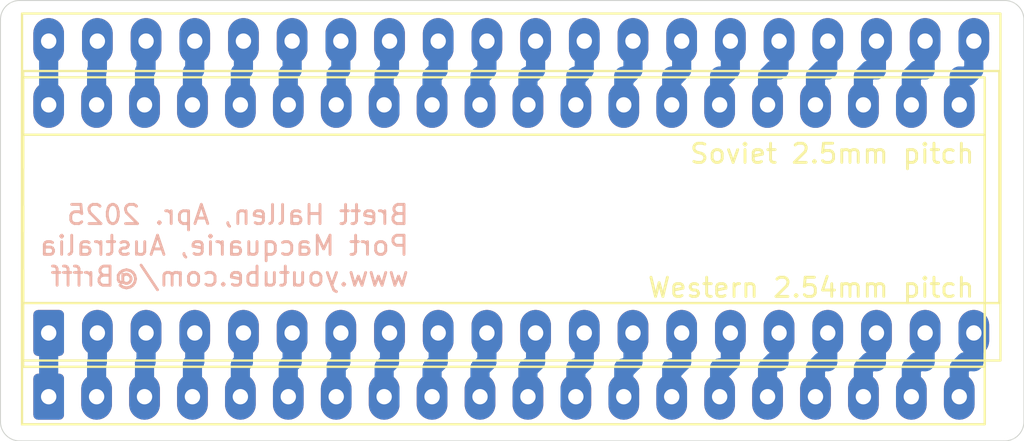
<source format=kicad_pcb>
(kicad_pcb (version 20241229) (generator "pcbnew") (generator_version "9.0")
  (title_block (title "Soviet 40pin IC Socket") (date "21-Apr-2025") (rev "A") (company "Brett Hallen") (comment 1 "www.youtube.com/@Brfff"))
  (layers (0 "F.Cu" signal) (2 "B.Cu" signal) (13 "F.Paste" user) (15 "B.Paste" user) (5 "F.SilkS" user "F.Silkscreen") (7 "B.SilkS" user "B.Silkscreen") (1 "F.Mask" user) (3 "B.Mask" user) (25 "Edge.Cuts" user))
  (net 0 "")
  (net 1 "/22")
  (net 2 "/14")
  (net 3 "/18")
  (net 4 "/36")
  (net 5 "/10")
  (net 6 "/17")
  (net 7 "/6")
  (net 8 "/25")
  (net 9 "/21")
  (net 10 "/11")
  (net 11 "/16")
  (net 12 "/27")
  (net 13 "/15")
  (net 14 "/2")
  (net 15 "/28")
  (net 16 "/9")
  (net 17 "/20")
  (net 18 "/34")
  (net 19 "/8")
  (net 20 "/12")
  (net 21 "/24")
  (net 22 "/26")
  (net 23 "/5")
  (net 24 "/38")
  (net 25 "/35")
  (net 26 "/31")
  (net 27 "/7")
  (net 28 "/1")
  (net 29 "/19")
  (net 30 "/30")
  (net 31 "/33")
  (net 32 "/37")
  (net 33 "/4")
  (net 34 "/23")
  (net 35 "/32")
  (net 36 "/29")
  (net 37 "/3")
  (net 38 "/40")
  (net 39 "/39")
  (net 40 "/13")
  (footprint "Package_DIP:DIP-40_W15.24mm_Socket_LongPads" (layer "F.Cu") (at 49.5983 71.2725 90)
    (property "Reference" "J2" (hide yes))
    (property "Value" "Western 2.54mm pitch" (at 2.3625 39.776461 180) (layer "F.SilkS"))
    (fp_line (start 13.68 -1.33) (end 8.62 -1.33) (stroke (width 0.12)) (layer "F.SilkS"))
    (fp_line (start 6.62 -1.33) (end 1.56 -1.33) (stroke (width 0.12)) (layer "F.SilkS"))
    (fp_line (start 1.56 -1.33) (end 1.56 49.59) (stroke (width 0.12)) (layer "F.SilkS"))
    (fp_line (start 13.68 49.59) (end 13.68 -1.33) (stroke (width 0.12)) (layer "F.SilkS"))
    (fp_line (start 1.56 49.59) (end 13.68 49.59) (stroke (width 0.12)) (layer "F.SilkS"))
    (fp_rect (start -1.44 -1.39) (end 16.68 49.65) (stroke (width 0.12)) (fill no) (layer "F.SilkS"))
    (pad "1" thru_hole roundrect (at 0 0 90) (size 2.4 1.6) (drill 0.8) (layers "*.Cu" "*.Mask") (roundrect_rratio 0.15625) (net 28 "/1"))
    (pad "2" thru_hole oval (at 0 2.54 90) (size 2.4 1.6) (drill 0.8) (layers "*.Cu" "*.Mask") (net 14 "/2"))
    (pad "3" thru_hole oval (at 0 5.08 90) (size 2.4 1.6) (drill 0.8) (layers "*.Cu" "*.Mask") (net 37 "/3"))
    (pad "4" thru_hole oval (at 0 7.62 90) (size 2.4 1.6) (drill 0.8) (layers "*.Cu" "*.Mask") (net 33 "/4"))
    (pad "5" thru_hole oval (at 0 10.16 90) (size 2.4 1.6) (drill 0.8) (layers "*.Cu" "*.Mask") (net 23 "/5"))
    (pad "6" thru_hole oval (at 0 12.7 90) (size 2.4 1.6) (drill 0.8) (layers "*.Cu" "*.Mask") (net 7 "/6"))
    (pad "7" thru_hole oval (at 0 15.24 90) (size 2.4 1.6) (drill 0.8) (layers "*.Cu" "*.Mask") (net 27 "/7"))
    (pad "8" thru_hole oval (at 0 17.78 90) (size 2.4 1.6) (drill 0.8) (layers "*.Cu" "*.Mask") (net 19 "/8"))
    (pad "9" thru_hole oval (at 0 20.32 90) (size 2.4 1.6) (drill 0.8) (layers "*.Cu" "*.Mask") (net 16 "/9"))
    (pad "10" thru_hole oval (at 0 22.86 90) (size 2.4 1.6) (drill 0.8) (layers "*.Cu" "*.Mask") (net 5 "/10"))
    (pad "11" thru_hole oval (at 0 25.4 90) (size 2.4 1.6) (drill 0.8) (layers "*.Cu" "*.Mask") (net 10 "/11"))
    (pad "12" thru_hole oval (at 0 27.94 90) (size 2.4 1.6) (drill 0.8) (layers "*.Cu" "*.Mask") (net 20 "/12"))
    (pad "13" thru_hole oval (at 0 30.48 90) (size 2.4 1.6) (drill 0.8) (layers "*.Cu" "*.Mask") (net 40 "/13"))
    (pad "14" thru_hole oval (at 0 33.02 90) (size 2.4 1.6) (drill 0.8) (layers "*.Cu" "*.Mask") (net 2 "/14"))
    (pad "15" thru_hole oval (at 0 35.56 90) (size 2.4 1.6) (drill 0.8) (layers "*.Cu" "*.Mask") (net 13 "/15"))
    (pad "16" thru_hole oval (at 0 38.1 90) (size 2.4 1.6) (drill 0.8) (layers "*.Cu" "*.Mask") (net 11 "/16"))
    (pad "17" thru_hole oval (at 0 40.64 90) (size 2.4 1.6) (drill 0.8) (layers "*.Cu" "*.Mask") (net 6 "/17"))
    (pad "18" thru_hole oval (at 0 43.18 90) (size 2.4 1.6) (drill 0.8) (layers "*.Cu" "*.Mask") (net 3 "/18"))
    (pad "19" thru_hole oval (at 0 45.72 90) (size 2.4 1.6) (drill 0.8) (layers "*.Cu" "*.Mask") (net 29 "/19"))
    (pad "20" thru_hole oval (at 0 48.26 90) (size 2.4 1.6) (drill 0.8) (layers "*.Cu" "*.Mask") (net 17 "/20"))
    (pad "21" thru_hole oval (at 15.24 48.26 90) (size 2.4 1.6) (drill 0.8) (layers "*.Cu" "*.Mask") (net 9 "/21"))
    (pad "22" thru_hole oval (at 15.24 45.72 90) (size 2.4 1.6) (drill 0.8) (layers "*.Cu" "*.Mask") (net 1 "/22"))
    (pad "23" thru_hole oval (at 15.24 43.18 90) (size 2.4 1.6) (drill 0.8) (layers "*.Cu" "*.Mask") (net 34 "/23"))
    (pad "24" thru_hole oval (at 15.24 40.64 90) (size 2.4 1.6) (drill 0.8) (layers "*.Cu" "*.Mask") (net 21 "/24"))
    (pad "25" thru_hole oval (at 15.24 38.1 90) (size 2.4 1.6) (drill 0.8) (layers "*.Cu" "*.Mask") (net 8 "/25"))
    (pad "26" thru_hole oval (at 15.24 35.56 90) (size 2.4 1.6) (drill 0.8) (layers "*.Cu" "*.Mask") (net 22 "/26"))
    (pad "27" thru_hole oval (at 15.24 33.02 90) (size 2.4 1.6) (drill 0.8) (layers "*.Cu" "*.Mask") (net 12 "/27"))
    (pad "28" thru_hole oval (at 15.24 30.48 90) (size 2.4 1.6) (drill 0.8) (layers "*.Cu" "*.Mask") (net 15 "/28"))
    (pad "29" thru_hole oval (at 15.24 27.94 90) (size 2.4 1.6) (drill 0.8) (layers "*.Cu" "*.Mask") (net 36 "/29"))
    (pad "30" thru_hole oval (at 15.24 25.4 90) (size 2.4 1.6) (drill 0.8) (layers "*.Cu" "*.Mask") (net 30 "/30"))
    (pad "31" thru_hole oval (at 15.24 22.86 90) (size 2.4 1.6) (drill 0.8) (layers "*.Cu" "*.Mask") (net 26 "/31"))
    (pad "32" thru_hole oval (at 15.24 20.32 90) (size 2.4 1.6) (drill 0.8) (layers "*.Cu" "*.Mask") (net 35 "/32"))
    (pad "33" thru_hole oval (at 15.24 17.78 90) (size 2.4 1.6) (drill 0.8) (layers "*.Cu" "*.Mask") (net 31 "/33"))
    (pad "34" thru_hole oval (at 15.24 15.24 90) (size 2.4 1.6) (drill 0.8) (layers "*.Cu" "*.Mask") (net 18 "/34"))
    (pad "35" thru_hole oval (at 15.24 12.7 90) (size 2.4 1.6) (drill 0.8) (layers "*.Cu" "*.Mask") (net 25 "/35"))
    (pad "36" thru_hole oval (at 15.24 10.16 90) (size 2.4 1.6) (drill 0.8) (layers "*.Cu" "*.Mask") (net 4 "/36"))
    (pad "37" thru_hole oval (at 15.24 7.62 90) (size 2.4 1.6) (drill 0.8) (layers "*.Cu" "*.Mask") (net 32 "/37"))
    (pad "38" thru_hole oval (at 15.24 5.08 90) (size 2.4 1.6) (drill 0.8) (layers "*.Cu" "*.Mask") (net 24 "/38"))
    (pad "39" thru_hole oval (at 15.24 2.54 90) (size 2.4 1.6) (drill 0.8) (layers "*.Cu" "*.Mask") (net 39 "/39"))
    (pad "40" thru_hole oval (at 15.24 0 90) (size 2.4 1.6) (drill 0.8) (layers "*.Cu" "*.Mask") (net 38 "/40"))
  )
  (footprint "Clueless_Engineer:Soviet_DIP-40_W15.24mm_Socket_LongPads" (layer "F.Cu") (at 49.5983 74.6012 90)
    (property "Reference" "J1" (hide yes))
    (property "Value" "Soviet 2.5mm pitch" (at 12.6912 40.8717 0) (layer "F.SilkS"))
    (fp_line (start 13.68 -1.33) (end 8.62 -1.33) (stroke (width 0.12)) (layer "F.SilkS"))
    (fp_line (start 6.62 -1.33) (end 1.56 -1.33) (stroke (width 0.12)) (layer "F.SilkS"))
    (fp_line (start 1.56 -1.33) (end 1.56 48.83) (stroke (width 0.12)) (layer "F.SilkS"))
    (fp_line (start 13.68 48.83) (end 13.68 -1.33) (stroke (width 0.12)) (layer "F.SilkS"))
    (fp_line (start 1.56 48.83) (end 13.68 48.83) (stroke (width 0.12)) (layer "F.SilkS"))
    (fp_rect (start -1.44 -1.39) (end 16.68 48.83) (stroke (width 0.12)) (fill no) (layer "F.SilkS"))
    (pad "1" thru_hole roundrect (at 0 0 90) (size 2.4 1.6) (drill 0.8) (layers "*.Cu" "*.Mask") (roundrect_rratio 0.15625) (net 28 "/1"))
    (pad "2" thru_hole oval (at 0 2.5 90) (size 2.4 1.6) (drill 0.8) (layers "*.Cu" "*.Mask") (net 14 "/2"))
    (pad "3" thru_hole oval (at 0 5 90) (size 2.4 1.6) (drill 0.8) (layers "*.Cu" "*.Mask") (net 37 "/3"))
    (pad "4" thru_hole oval (at 0 7.5 90) (size 2.4 1.6) (drill 0.8) (layers "*.Cu" "*.Mask") (net 33 "/4"))
    (pad "5" thru_hole oval (at 0 10 90) (size 2.4 1.6) (drill 0.8) (layers "*.Cu" "*.Mask") (net 23 "/5"))
    (pad "6" thru_hole oval (at 0 12.5 90) (size 2.4 1.6) (drill 0.8) (layers "*.Cu" "*.Mask") (net 7 "/6"))
    (pad "7" thru_hole oval (at 0 15 90) (size 2.4 1.6) (drill 0.8) (layers "*.Cu" "*.Mask") (net 27 "/7"))
    (pad "8" thru_hole oval (at 0 17.5 90) (size 2.4 1.6) (drill 0.8) (layers "*.Cu" "*.Mask") (net 19 "/8"))
    (pad "9" thru_hole oval (at 0 20 90) (size 2.4 1.6) (drill 0.8) (layers "*.Cu" "*.Mask") (net 16 "/9"))
    (pad "10" thru_hole oval (at 0 22.5 90) (size 2.4 1.6) (drill 0.8) (layers "*.Cu" "*.Mask") (net 5 "/10"))
    (pad "11" thru_hole oval (at 0 25 90) (size 2.4 1.6) (drill 0.8) (layers "*.Cu" "*.Mask") (net 10 "/11"))
    (pad "12" thru_hole oval (at 0 27.5 90) (size 2.4 1.6) (drill 0.8) (layers "*.Cu" "*.Mask") (net 20 "/12"))
    (pad "13" thru_hole oval (at 0 30 90) (size 2.4 1.6) (drill 0.8) (layers "*.Cu" "*.Mask") (net 40 "/13"))
    (pad "14" thru_hole oval (at 0 32.5 90) (size 2.4 1.6) (drill 0.8) (layers "*.Cu" "*.Mask") (net 2 "/14"))
    (pad "15" thru_hole oval (at 0 35 90) (size 2.4 1.6) (drill 0.8) (layers "*.Cu" "*.Mask") (net 13 "/15"))
    (pad "16" thru_hole oval (at 0 37.5 90) (size 2.4 1.6) (drill 0.8) (layers "*.Cu" "*.Mask") (net 11 "/16"))
    (pad "17" thru_hole oval (at 0 40 90) (size 2.4 1.6) (drill 0.8) (layers "*.Cu" "*.Mask") (net 6 "/17"))
    (pad "18" thru_hole oval (at 0 42.5 90) (size 2.4 1.6) (drill 0.8) (layers "*.Cu" "*.Mask") (net 3 "/18"))
    (pad "19" thru_hole oval (at 0 45 90) (size 2.4 1.6) (drill 0.8) (layers "*.Cu" "*.Mask") (net 29 "/19"))
    (pad "20" thru_hole oval (at 0 47.5 90) (size 2.4 1.6) (drill 0.8) (layers "*.Cu" "*.Mask") (net 17 "/20"))
    (pad "21" thru_hole oval (at 15.24 47.5 90) (size 2.4 1.6) (drill 0.8) (layers "*.Cu" "*.Mask") (net 9 "/21"))
    (pad "22" thru_hole oval (at 15.24 45 90) (size 2.4 1.6) (drill 0.8) (layers "*.Cu" "*.Mask") (net 1 "/22"))
    (pad "23" thru_hole oval (at 15.24 42.5 90) (size 2.4 1.6) (drill 0.8) (layers "*.Cu" "*.Mask") (net 34 "/23"))
    (pad "24" thru_hole oval (at 15.24 40 90) (size 2.4 1.6) (drill 0.8) (layers "*.Cu" "*.Mask") (net 21 "/24"))
    (pad "25" thru_hole oval (at 15.24 37.5 90) (size 2.4 1.6) (drill 0.8) (layers "*.Cu" "*.Mask") (net 8 "/25"))
    (pad "26" thru_hole oval (at 15.24 35 90) (size 2.4 1.6) (drill 0.8) (layers "*.Cu" "*.Mask") (net 22 "/26"))
    (pad "27" thru_hole oval (at 15.24 32.5 90) (size 2.4 1.6) (drill 0.8) (layers "*.Cu" "*.Mask") (net 12 "/27"))
    (pad "28" thru_hole oval (at 15.24 30 90) (size 2.4 1.6) (drill 0.8) (layers "*.Cu" "*.Mask") (net 15 "/28"))
    (pad "29" thru_hole oval (at 15.24 27.5 90) (size 2.4 1.6) (drill 0.8) (layers "*.Cu" "*.Mask") (net 36 "/29"))
    (pad "30" thru_hole oval (at 15.24 25 90) (size 2.4 1.6) (drill 0.8) (layers "*.Cu" "*.Mask") (net 30 "/30"))
    (pad "31" thru_hole oval (at 15.24 22.5 90) (size 2.4 1.6) (drill 0.8) (layers "*.Cu" "*.Mask") (net 26 "/31"))
    (pad "32" thru_hole oval (at 15.24 20 90) (size 2.4 1.6) (drill 0.8) (layers "*.Cu" "*.Mask") (net 35 "/32"))
    (pad "33" thru_hole oval (at 15.24 17.5 90) (size 2.4 1.6) (drill 0.8) (layers "*.Cu" "*.Mask") (net 31 "/33"))
    (pad "34" thru_hole oval (at 15.24 15 90) (size 2.4 1.6) (drill 0.8) (layers "*.Cu" "*.Mask") (net 18 "/34"))
    (pad "35" thru_hole oval (at 15.24 12.5 90) (size 2.4 1.6) (drill 0.8) (layers "*.Cu" "*.Mask") (net 25 "/35"))
    (pad "36" thru_hole oval (at 15.24 10 90) (size 2.4 1.6) (drill 0.8) (layers "*.Cu" "*.Mask") (net 4 "/36"))
    (pad "37" thru_hole oval (at 15.24 7.5 90) (size 2.4 1.6) (drill 0.8) (layers "*.Cu" "*.Mask") (net 32 "/37"))
    (pad "38" thru_hole oval (at 15.24 5 90) (size 2.4 1.6) (drill 0.8) (layers "*.Cu" "*.Mask") (net 24 "/38"))
    (pad "39" thru_hole oval (at 15.24 2.5 90) (size 2.4 1.6) (drill 0.8) (layers "*.Cu" "*.Mask") (net 39 "/39"))
    (pad "40" thru_hole oval (at 15.24 0 90) (size 2.4 1.6) (drill 0.8) (layers "*.Cu" "*.Mask") (net 38 "/40"))
  )
  (gr_line (start 48.084535 53.91) (end 99.47 53.91) (stroke (width 0.05)) (layer "Edge.Cuts"))
  (gr_arc (start 48.084535 76.91) (mid 47.377428 76.617107) (end 47.084535 75.91) (stroke (width 0.05)) (layer "Edge.Cuts"))
  (gr_arc (start 100.47 75.91) (mid 100.177107 76.617107) (end 99.47 76.91) (stroke (width 0.05)) (layer "Edge.Cuts"))
  (gr_line (start 100.47 54.91) (end 100.47 75.91) (stroke (width 0.05)) (layer "Edge.Cuts"))
  (gr_line (start 99.47 76.91) (end 48.084535 76.91) (stroke (width 0.05)) (layer "Edge.Cuts"))
  (gr_line (start 47.084535 75.91) (end 47.084535 54.91) (stroke (width 0.05)) (layer "Edge.Cuts"))
  (gr_arc (start 99.47 53.91) (mid 100.177107 54.202893) (end 100.47 54.91) (stroke (width 0.05)) (layer "Edge.Cuts"))
  (gr_arc (start 47.084535 54.91) (mid 47.37743 54.202906) (end 48.084535 53.91) (stroke (width 0.05)) (layer "Edge.Cuts"))
  (gr_text "Brett Hallen, Apr. 2025\nPort Macquarie, Australia\nwww.youtube.com/@Brfff" (at 68.47 68.91 0) (layer "B.SilkS") (effects (font (size 1 1)) (justify left bottom mirror)))
  (segment (start 94.9236 57.5342) (end 94.5983 57.8595) (width 1) (layer "B.Cu") (net 1))
  (segment (start 95.3183 57.5342) (end 94.9236 57.5342) (width 1) (layer "B.Cu") (net 1))
  (segment (start 95.3183 56.0325) (end 95.3183 57.5342) (width 1) (layer "B.Cu") (net 1))
  (segment (start 94.5983 59.3612) (end 94.5983 57.8595) (width 1) (layer "B.Cu") (net 1))
  (segment (start 82.293 73.0995) (end 82.0983 73.0995) (width 1) (layer "B.Cu") (net 2))
  (segment (start 82.6183 72.7742) (end 82.293 73.0995) (width 1) (layer "B.Cu") (net 2))
  (segment (start 82.0983 74.6012) (end 82.0983 73.0995) (width 1) (layer "B.Cu") (net 2))
  (segment (start 82.6183 71.2725) (end 82.6183 72.7742) (width 1) (layer "B.Cu") (net 2))
  (segment (start 92.7783 72.7742) (end 92.4236 72.7742) (width 1) (layer "B.Cu") (net 3))
  (segment (start 92.7783 71.2725) (end 92.7783 72.7742) (width 1) (layer "B.Cu") (net 3))
  (segment (start 92.0983 74.6012) (end 92.0983 73.0995) (width 1) (layer "B.Cu") (net 3))
  (segment (start 92.4236 72.7742) (end 92.0983 73.0995) (width 1) (layer "B.Cu") (net 3))
  (segment (start 59.7583 56.0325) (end 59.7583 57.5342) (width 1) (layer "B.Cu") (net 4))
  (segment (start 59.5983 57.6942) (end 59.5983 59.3612) (width 1) (layer "B.Cu") (net 4))
  (segment (start 59.7583 57.5342) (end 59.5983 57.6942) (width 1) (layer "B.Cu") (net 4))
  (segment (start 72.4583 71.2725) (end 72.4583 72.7742) (width 1) (layer "B.Cu") (net 5))
  (segment (start 72.4583 72.7742) (end 72.133 73.0995) (width 1) (layer "B.Cu") (net 5))
  (segment (start 72.0983 74.6012) (end 72.0983 73.0995) (width 1) (layer "B.Cu") (net 5))
  (segment (start 72.133 73.0995) (end 72.0983 73.0995) (width 1) (layer "B.Cu") (net 5))
  (segment (start 89.5983 74.6012) (end 89.5983 73.0995) (width 1) (layer "B.Cu") (net 6))
  (segment (start 89.9236 72.7742) (end 89.5983 73.0995) (width 1) (layer "B.Cu") (net 6))
  (segment (start 90.2383 72.7742) (end 89.9236 72.7742) (width 1) (layer "B.Cu") (net 6))
  (segment (start 90.2383 71.2725) (end 90.2383 72.7742) (width 1) (layer "B.Cu") (net 6))
  (segment (start 62.2983 72.7742) (end 62.0983 72.9742) (width 1) (layer "B.Cu") (net 7))
  (segment (start 62.2983 71.2725) (end 62.2983 72.7742) (width 1) (layer "B.Cu") (net 7))
  (segment (start 62.0983 72.9742) (end 62.0983 74.6012) (width 1) (layer "B.Cu") (net 7))
  (segment (start 87.4236 57.5342) (end 87.0983 57.8595) (width 1) (layer "B.Cu") (net 8))
  (segment (start 87.6983 57.5342) (end 87.4236 57.5342) (width 1) (layer "B.Cu") (net 8))
  (segment (start 87.0983 59.3612) (end 87.0983 57.8595) (width 1) (layer "B.Cu") (net 8))
  (segment (start 87.6983 56.0325) (end 87.6983 57.5342) (width 1) (layer "B.Cu") (net 8))
  (segment (start 97.0983 59.3612) (end 97.0983 57.8595) (width 1) (layer "B.Cu") (net 9))
  (segment (start 97.8583 57.5342) (end 97.533 57.8595) (width 1) (layer "B.Cu") (net 9))
  (segment (start 97.533 57.8595) (end 97.0983 57.8595) (width 1) (layer "B.Cu") (net 9))
  (segment (start 97.8583 56.0325) (end 97.8583 57.5342) (width 1) (layer "B.Cu") (net 9))
  (segment (start 74.9983 71.2725) (end 74.9983 72.7742) (width 1) (layer "B.Cu") (net 10))
  (segment (start 74.673 73.0995) (end 74.5983 73.0995) (width 1) (layer "B.Cu") (net 10))
  (segment (start 74.5983 74.6012) (end 74.5983 73.0995) (width 1) (layer "B.Cu") (net 10))
  (segment (start 74.9983 72.7742) (end 74.673 73.0995) (width 1) (layer "B.Cu") (net 10))
  (segment (start 87.0983 74.6012) (end 87.0983 73.0995) (width 1) (layer "B.Cu") (net 11))
  (segment (start 87.6983 72.7742) (end 87.4236 72.7742) (width 1) (layer "B.Cu") (net 11))
  (segment (start 87.6983 71.2725) (end 87.6983 72.7742) (width 1) (layer "B.Cu") (net 11))
  (segment (start 87.4236 72.7742) (end 87.0983 73.0995) (width 1) (layer "B.Cu") (net 11))
  (segment (start 82.6183 56.0325) (end 82.6183 57.5342) (width 1) (layer "B.Cu") (net 12))
  (segment (start 82.293 57.8595) (end 82.0983 57.8595) (width 1) (layer "B.Cu") (net 12))
  (segment (start 82.0983 59.3612) (end 82.0983 57.8595) (width 1) (layer "B.Cu") (net 12))
  (segment (start 82.6183 57.5342) (end 82.293 57.8595) (width 1) (layer "B.Cu") (net 12))
  (segment (start 84.833 73.0995) (end 84.5983 73.0995) (width 1) (layer "B.Cu") (net 13))
  (segment (start 85.1583 72.7742) (end 84.833 73.0995) (width 1) (layer "B.Cu") (net 13))
  (segment (start 84.5983 74.6012) (end 84.5983 73.0995) (width 1) (layer "B.Cu") (net 13))
  (segment (start 85.1583 71.2725) (end 85.1583 72.7742) (width 1) (layer "B.Cu") (net 13))
  (segment (start 52.0983 72.8142) (end 52.0983 74.6012) (width 1) (layer "B.Cu") (net 14))
  (segment (start 52.1383 72.7742) (end 52.0983 72.8142) (width 1) (layer "B.Cu") (net 14))
  (segment (start 52.1383 71.2725) (end 52.1383 72.7742) (width 1) (layer "B.Cu") (net 14))
  (segment (start 80.0783 56.0325) (end 80.0783 57.5342) (width 1) (layer "B.Cu") (net 15))
  (segment (start 79.5983 59.3612) (end 79.5983 57.8595) (width 1) (layer "B.Cu") (net 15))
  (segment (start 80.0783 57.5342) (end 79.753 57.8595) (width 1) (layer "B.Cu") (net 15))
  (segment (start 79.753 57.8595) (end 79.5983 57.8595) (width 1) (layer "B.Cu") (net 15))
  (segment (start 69.9183 72.7742) (end 69.5983 73.0942) (width 1) (layer "B.Cu") (net 16))
  (segment (start 69.9183 71.2725) (end 69.9183 72.7742) (width 1) (layer "B.Cu") (net 16))
  (segment (start 69.5983 73.0942) (end 69.5983 74.6012) (width 1) (layer "B.Cu") (net 16))
  (segment (start 97.0983 74.6012) (end 97.0983 73.0995) (width 1) (layer "B.Cu") (net 17))
  (segment (start 97.8583 71.2725) (end 97.8583 72.7742) (width 1) (layer "B.Cu") (net 17))
  (segment (start 97.8583 72.7742) (end 97.4236 72.7742) (width 1) (layer "B.Cu") (net 17))
  (segment (start 97.4236 72.7742) (end 97.0983 73.0995) (width 1) (layer "B.Cu") (net 17))
  (segment (start 64.8383 56.0325) (end 64.8383 57.5342) (width 1) (layer "B.Cu") (net 18))
  (segment (start 64.5983 57.7742) (end 64.5983 59.3612) (width 1) (layer "B.Cu") (net 18))
  (segment (start 64.8383 57.5342) (end 64.5983 57.7742) (width 1) (layer "B.Cu") (net 18))
  (segment (start 67.0983 73.0542) (end 67.0983 74.6012) (width 1) (layer "B.Cu") (net 19))
  (segment (start 67.3783 72.7742) (end 67.0983 73.0542) (width 1) (layer "B.Cu") (net 19))
  (segment (start 67.3783 71.2725) (end 67.3783 72.7742) (width 1) (layer "B.Cu") (net 19))
  (segment (start 77.5383 72.7742) (end 77.213 73.0995) (width 1) (layer "B.Cu") (net 20))
  (segment (start 77.5383 71.2725) (end 77.5383 72.7742) (width 1) (layer "B.Cu") (net 20))
  (segment (start 77.0983 74.6012) (end 77.0983 73.0995) (width 1) (layer "B.Cu") (net 20))
  (segment (start 77.213 73.0995) (end 77.0983 73.0995) (width 1) (layer "B.Cu") (net 20))
  (segment (start 89.9236 57.5342) (end 89.5983 57.8595) (width 1) (layer "B.Cu") (net 21))
  (segment (start 90.2383 56.0325) (end 90.2383 57.5342) (width 1) (layer "B.Cu") (net 21))
  (segment (start 89.5983 59.3612) (end 89.5983 57.8595) (width 1) (layer "B.Cu") (net 21))
  (segment (start 90.2383 57.5342) (end 89.9236 57.5342) (width 1) (layer "B.Cu") (net 21))
  (segment (start 85.1583 56.0325) (end 85.1583 57.5342) (width 1) (layer "B.Cu") (net 22))
  (segment (start 84.5983 59.3612) (end 84.5983 57.8595) (width 1) (layer "B.Cu") (net 22))
  (segment (start 84.833 57.8595) (end 84.5983 57.8595) (width 1) (layer "B.Cu") (net 22))
  (segment (start 85.1583 57.5342) (end 84.833 57.8595) (width 1) (layer "B.Cu") (net 22))
  (segment (start 59.7583 72.7742) (end 59.5983 72.9342) (width 1) (layer "B.Cu") (net 23))
  (segment (start 59.7583 71.2725) (end 59.7583 72.7742) (width 1) (layer "B.Cu") (net 23))
  (segment (start 59.5983 72.9342) (end 59.5983 74.6012) (width 1) (layer "B.Cu") (net 23))
  (segment (start 54.6783 57.5342) (end 54.5983 57.6142) (width 1) (layer "B.Cu") (net 24))
  (segment (start 54.6783 56.0325) (end 54.6783 57.5342) (width 1) (layer "B.Cu") (net 24))
  (segment (start 54.5983 57.6142) (end 54.5983 59.3612) (width 1) (layer "B.Cu") (net 24))
  (segment (start 62.2983 57.5342) (end 62.0983 57.7342) (width 1) (layer "B.Cu") (net 25))
  (segment (start 62.2983 56.0325) (end 62.2983 57.5342) (width 1) (layer "B.Cu") (net 25))
  (segment (start 62.0983 57.7342) (end 62.0983 59.3612) (width 1) (layer "B.Cu") (net 25))
  (segment (start 72.4583 56.0325) (end 72.4583 57.5342) (width 1) (layer "B.Cu") (net 26))
  (segment (start 72.0983 59.3612) (end 72.0983 57.8595) (width 1) (layer "B.Cu") (net 26))
  (segment (start 72.133 57.8595) (end 72.0983 57.8595) (width 1) (layer "B.Cu") (net 26))
  (segment (start 72.4583 57.5342) (end 72.133 57.8595) (width 1) (layer "B.Cu") (net 26))
  (segment (start 64.8383 72.7742) (end 64.5983 73.0142) (width 1) (layer "B.Cu") (net 27))
  (segment (start 64.8383 71.2725) (end 64.8383 72.7742) (width 1) (layer "B.Cu") (net 27))
  (segment (start 64.5983 73.0142) (end 64.5983 74.6012) (width 1) (layer "B.Cu") (net 27))
  (segment (start 49.5983 71.2725) (end 49.5983 74.6012) (width 1) (layer "B.Cu") (net 28))
  (segment (start 95.3183 72.7742) (end 94.9236 72.7742) (width 1) (layer "B.Cu") (net 29))
  (segment (start 95.3183 71.2725) (end 95.3183 72.7742) (width 1) (layer "B.Cu") (net 29))
  (segment (start 94.9236 72.7742) (end 94.5983 73.0995) (width 1) (layer "B.Cu") (net 29))
  (segment (start 94.5983 74.6012) (end 94.5983 73.0995) (width 1) (layer "B.Cu") (net 29))
  (segment (start 74.5983 59.3612) (end 74.5983 57.8595) (width 1) (layer "B.Cu") (net 30))
  (segment (start 74.9983 56.0325) (end 74.9983 57.5342) (width 1) (layer "B.Cu") (net 30))
  (segment (start 74.673 57.8595) (end 74.5983 57.8595) (width 1) (layer "B.Cu") (net 30))
  (segment (start 74.9983 57.5342) (end 74.673 57.8595) (width 1) (layer "B.Cu") (net 30))
  (segment (start 67.3783 57.5342) (end 67.0983 57.8142) (width 1) (layer "B.Cu") (net 31))
  (segment (start 67.3783 56.0325) (end 67.3783 57.5342) (width 1) (layer "B.Cu") (net 31))
  (segment (start 67.0983 57.8142) (end 67.0983 59.3612) (width 1) (layer "B.Cu") (net 31))
  (segment (start 57.0983 57.6542) (end 57.0983 59.3612) (width 1) (layer "B.Cu") (net 32))
  (segment (start 57.2183 57.5342) (end 57.0983 57.6542) (width 1) (layer "B.Cu") (net 32))
  (segment (start 57.2183 56.0325) (end 57.2183 57.5342) (width 1) (layer "B.Cu") (net 32))
  (segment (start 57.2183 72.7742) (end 57.0983 72.8942) (width 1) (layer "B.Cu") (net 33))
  (segment (start 57.2183 71.2725) (end 57.2183 72.7742) (width 1) (layer "B.Cu") (net 33))
  (segment (start 57.0983 72.8942) (end 57.0983 74.6012) (width 1) (layer "B.Cu") (net 33))
  (segment (start 92.4236 57.5342) (end 92.0983 57.8595) (width 1) (layer "B.Cu") (net 34))
  (segment (start 92.7783 56.0325) (end 92.7783 57.5342) (width 1) (layer "B.Cu") (net 34))
  (segment (start 92.0983 59.3612) (end 92.0983 57.8595) (width 1) (layer "B.Cu") (net 34))
  (segment (start 92.7783 57.5342) (end 92.4236 57.5342) (width 1) (layer "B.Cu") (net 34))
  (segment (start 69.9183 57.5342) (end 69.5983 57.8542) (width 1) (layer "B.Cu") (net 35))
  (segment (start 69.5983 57.8542) (end 69.5983 59.3612) (width 1) (layer "B.Cu") (net 35))
  (segment (start 69.9183 56.0325) (end 69.9183 57.5342) (width 1) (layer "B.Cu") (net 35))
  (segment (start 77.5383 57.5342) (end 77.213 57.8595) (width 1) (layer "B.Cu") (net 36))
  (segment (start 77.213 57.8595) (end 77.0983 57.8595) (width 1) (layer "B.Cu") (net 36))
  (segment (start 77.5383 56.0325) (end 77.5383 57.5342) (width 1) (layer "B.Cu") (net 36))
  (segment (start 77.0983 59.3612) (end 77.0983 57.8595) (width 1) (layer "B.Cu") (net 36))
  (segment (start 54.6783 71.2725) (end 54.6783 72.7742) (width 1) (layer "B.Cu") (net 37))
  (segment (start 54.5983 72.8542) (end 54.5983 74.6012) (width 1) (layer "B.Cu") (net 37))
  (segment (start 54.6783 72.7742) (end 54.5983 72.8542) (width 1) (layer "B.Cu") (net 37))
  (segment (start 49.5983 56.0325) (end 49.5983 59.3612) (width 1) (layer "B.Cu") (net 38))
  (segment (start 52.1383 56.0325) (end 52.1383 57.5342) (width 1) (layer "B.Cu") (net 39))
  (segment (start 52.0983 57.5742) (end 52.0983 59.3612) (width 1) (layer "B.Cu") (net 39))
  (segment (start 52.1383 57.5342) (end 52.0983 57.5742) (width 1) (layer "B.Cu") (net 39))
  (segment (start 79.753 73.0995) (end 79.5983 73.0995) (width 1) (layer "B.Cu") (net 40))
  (segment (start 80.0783 72.7742) (end 79.753 73.0995) (width 1) (layer "B.Cu") (net 40))
  (segment (start 79.5983 74.6012) (end 79.5983 73.0995) (width 1) (layer "B.Cu") (net 40))
  (segment (start 80.0783 71.2725) (end 80.0783 72.7742) (width 1) (layer "B.Cu") (net 40))
)
</source>
